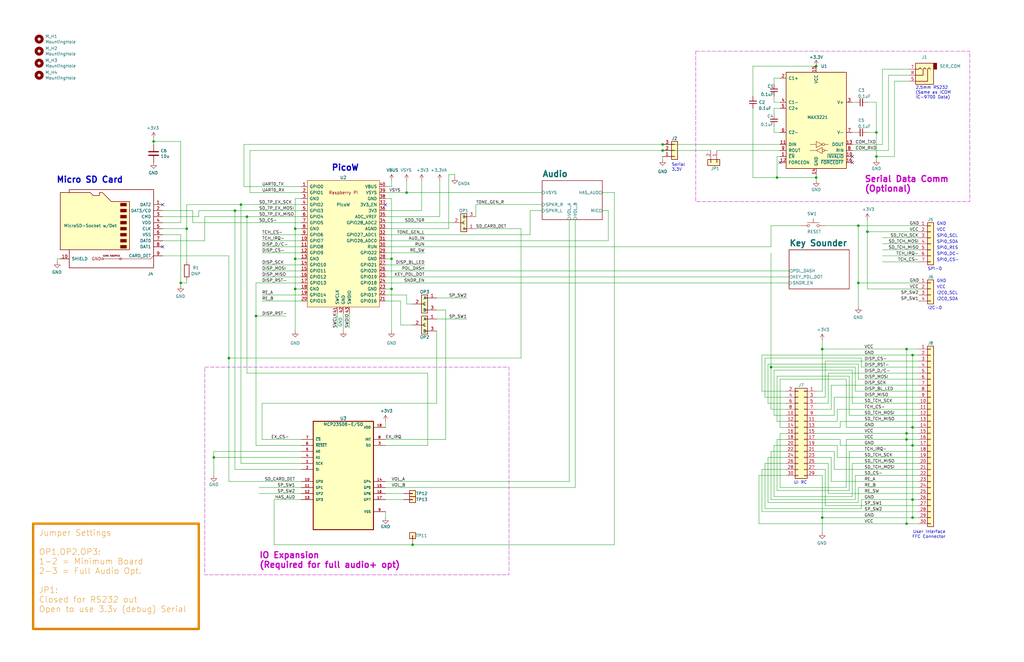
<source format=kicad_sch>
(kicad_sch (version 20230121) (generator eeschema)
  (paper "B")
  (title_block (title "MuKOB - Device") (date "2023-05-25") (rev "1") (company "AESilky") (comment 1 "Copyright 2023 AESilky") (comment 3 "Ref: PiKOB Prototype Hat; Gregory Raven (2022)") (comment 4 "Ref: PicoW VGA_SD_AUD; (c) 2022 Raspberry Pi Ltd"))
  (lib_symbols
    (symbol "+3.3V_1" (power) (pin_names (offset 0))
      (property "Value" "+3.3V_1" (at 0 3.556 0))
      (symbol "+3.3V_1_1_1"
        (pin power_in line (at 0 0 90) (length 0) hide (name "+3.3V") (number "1"))
      )
    )
    (symbol "Connector:Micro_SD_Card_Det" (pin_names (offset 1.016))
      (property "Reference" "J3" (at -17.78 -19.05 0))
      (property "Value" "Micro_SD_Card" (at 5.08 0 0))
      (symbol "Micro_SD_Card_Det_1_1"
        (text "CARD INSERTED" (at -1.27 -11.43 0) (effects (font (size 0.6 0.6))))
        (text "GND" (at 5.08 -12.7 0) (effects (font (size 1.27 1.27))))
        (pin bidirectional line (at -22.86 10.16 0) (length 3.81) (name "DAT2") (number "1"))
        (pin passive line (at 20.32 -12.7 180) (length 3.81) (name "SHIELD") (number "10"))
        (pin bidirectional line (at -22.86 7.62 0) (length 3.81) (name "DAT3/CD") (number "2"))
        (pin input line (at -22.86 5.08 0) (length 3.81) (name "CMD") (number "3"))
        (pin power_in line (at -22.86 2.54 0) (length 3.81) (name "VDD") (number "4"))
        (pin input line (at -22.86 0 0) (length 3.81) (name "CLK") (number "5"))
        (pin power_in line (at -22.86 -2.54 0) (length 3.81) (name "VSS") (number "6"))
        (pin bidirectional line (at -22.86 -5.08 0) (length 3.81) (name "DAT0") (number "7"))
        (pin bidirectional line (at -22.86 -7.62 0) (length 3.81) (name "DAT1") (number "8"))
        (pin passive line (at -22.86 -11.43 0) (length 3.81) (name "CARD_DET") (number "9"))
      )
    )
    (symbol "Connector_Audio:AudioJack3"
      (property "Reference" "J" (at 0 8.89 0))
      (property "Value" "AudioJack3" (at 0 6.35 0))
      (symbol "AudioJack3_1_1"
        (pin passive line (at 5.08 0 180) (length 2.54) (name "~") (number "R"))
        (pin passive line (at 5.08 2.54 180) (length 2.54) (name "~") (number "S"))
        (pin passive line (at 5.08 -2.54 180) (length 2.54) (name "~") (number "T"))
      )
    )
    (symbol "Connector_Generic:Conn_01x02" (pin_names (offset 1.016) hide)
      (property "Reference" "J" (at 0 2.54 0))
      (property "Value" "Conn_01x02" (at 0 -5.08 0))
      (symbol "Conn_01x02_1_1"
        (pin passive line (at -5.08 0 0) (length 3.81) (name "Pin_1") (number "1"))
        (pin passive line (at -5.08 -2.54 0) (length 3.81) (name "Pin_2") (number "2"))
      )
    )
    (symbol "Connector_Generic:Conn_01x03" (pin_names (offset 1.016) hide)
      (property "Reference" "J" (at 0 5.08 0))
      (property "Value" "Conn_01x03" (at 0 -5.08 0))
      (symbol "Conn_01x03_1_1"
        (pin passive line (at -5.08 2.54 0) (length 3.81) (name "Pin_1") (number "1"))
        (pin passive line (at -5.08 0 0) (length 3.81) (name "Pin_2") (number "2"))
        (pin passive line (at -5.08 -2.54 0) (length 3.81) (name "Pin_3") (number "3"))
      )
    )
    (symbol "Connector_Generic:Conn_01x04" (pin_names (offset 1.016) hide)
      (property "Reference" "J" (at 0 5.08 0))
      (property "Value" "Conn_01x04" (at 0 -7.62 0))
      (symbol "Conn_01x04_1_1"
        (pin passive line (at -5.08 2.54 0) (length 3.81) (name "Pin_1") (number "1"))
        (pin passive line (at -5.08 0 0) (length 3.81) (name "Pin_2") (number "2"))
        (pin passive line (at -5.08 -2.54 0) (length 3.81) (name "Pin_3") (number "3"))
        (pin passive line (at -5.08 -5.08 0) (length 3.81) (name "Pin_4") (number "4"))
      )
    )
    (symbol "Connector_Generic:Conn_01x07" (pin_names (offset 1.016) hide)
      (property "Reference" "J" (at 0 10.16 0))
      (property "Value" "Conn_01x07" (at 0 -10.16 0))
      (symbol "Conn_01x07_1_1"
        (pin passive line (at -5.08 7.62 0) (length 3.81) (name "Pin_1") (number "1"))
        (pin passive line (at -5.08 5.08 0) (length 3.81) (name "Pin_2") (number "2"))
        (pin passive line (at -5.08 2.54 0) (length 3.81) (name "Pin_3") (number "3"))
        (pin passive line (at -5.08 0 0) (length 3.81) (name "Pin_4") (number "4"))
        (pin passive line (at -5.08 -2.54 0) (length 3.81) (name "Pin_5") (number "5"))
        (pin passive line (at -5.08 -5.08 0) (length 3.81) (name "Pin_6") (number "6"))
        (pin passive line (at -5.08 -7.62 0) (length 3.81) (name "Pin_7") (number "7"))
      )
    )
    (symbol "Connector_Generic:Conn_01x30" (pin_names (offset 1.016) hide)
      (property "Reference" "J" (at 0 38.1 0))
      (property "Value" "Conn_01x30" (at 0 -40.64 0))
      (symbol "Conn_01x30_1_1"
        (pin passive line (at -5.08 35.56 0) (length 3.81) (name "Pin_1") (number "1"))
        (pin passive line (at -5.08 12.7 0) (length 3.81) (name "Pin_10") (number "10"))
        (pin passive line (at -5.08 10.16 0) (length 3.81) (name "Pin_11") (number "11"))
        (pin passive line (at -5.08 7.62 0) (length 3.81) (name "Pin_12") (number "12"))
        (pin passive line (at -5.08 5.08 0) (length 3.81) (name "Pin_13") (number "13"))
        (pin passive line (at -5.08 2.54 0) (length 3.81) (name "Pin_14") (number "14"))
        (pin passive line (at -5.08 0 0) (length 3.81) (name "Pin_15") (number "15"))
        (pin passive line (at -5.08 -2.54 0) (length 3.81) (name "Pin_16") (number "16"))
        (pin passive line (at -5.08 -5.08 0) (length 3.81) (name "Pin_17") (number "17"))
        (pin passive line (at -5.08 -7.62 0) (length 3.81) (name "Pin_18") (number "18"))
        (pin passive line (at -5.08 -10.16 0) (length 3.81) (name "Pin_19") (number "19"))
        (pin passive line (at -5.08 33.02 0) (length 3.81) (name "Pin_2") (number "2"))
        (pin passive line (at -5.08 -12.7 0) (length 3.81) (name "Pin_20") (number "20"))
        (pin passive line (at -5.08 -15.24 0) (length 3.81) (name "Pin_21") (number "21"))
        (pin passive line (at -5.08 -17.78 0) (length 3.81) (name "Pin_22") (number "22"))
        (pin passive line (at -5.08 -20.32 0) (length 3.81) (name "Pin_23") (number "23"))
        (pin passive line (at -5.08 -22.86 0) (length 3.81) (name "Pin_24") (number "24"))
        (pin passive line (at -5.08 -25.4 0) (length 3.81) (name "Pin_25") (number "25"))
        (pin passive line (at -5.08 -27.94 0) (length 3.81) (name "Pin_26") (number "26"))
        (pin passive line (at -5.08 -30.48 0) (length 3.81) (name "Pin_27") (number "27"))
        (pin passive line (at -5.08 -33.02 0) (length 3.81) (name "Pin_28") (number "28"))
        (pin passive line (at -5.08 -35.56 0) (length 3.81) (name "Pin_29") (number "29"))
        (pin passive line (at -5.08 30.48 0) (length 3.81) (name "Pin_3") (number "3"))
        (pin passive line (at -5.08 -38.1 0) (length 3.81) (name "Pin_30") (number "30"))
        (pin passive line (at -5.08 27.94 0) (length 3.81) (name "Pin_4") (number "4"))
        (pin passive line (at -5.08 25.4 0) (length 3.81) (name "Pin_5") (number "5"))
        (pin passive line (at -5.08 22.86 0) (length 3.81) (name "Pin_6") (number "6"))
        (pin passive line (at -5.08 20.32 0) (length 3.81) (name "Pin_7") (number "7"))
        (pin passive line (at -5.08 17.78 0) (length 3.81) (name "Pin_8") (number "8"))
        (pin passive line (at -5.08 15.24 0) (length 3.81) (name "Pin_9") (number "9"))
      )
    )
    (symbol "Connector_Generic:Conn_02x15_Odd_Even" (pin_names (offset 1.016) hide)
      (property "Reference" "J" (at 1.27 20.32 0))
      (property "Value" "Conn_02x15_Odd_Even" (at 1.27 -20.32 0))
      (symbol "Conn_02x15_Odd_Even_1_1"
        (pin passive line (at -5.08 17.78 0) (length 3.81) (name "Pin_1") (number "1"))
        (pin passive line (at 7.62 7.62 180) (length 3.81) (name "Pin_10") (number "10"))
        (pin passive line (at -5.08 5.08 0) (length 3.81) (name "Pin_11") (number "11"))
        (pin passive line (at 7.62 5.08 180) (length 3.81) (name "Pin_12") (number "12"))
        (pin passive line (at -5.08 2.54 0) (length 3.81) (name "Pin_13") (number "13"))
        (pin passive line (at 7.62 2.54 180) (length 3.81) (name "Pin_14") (number "14"))
        (pin passive line (at -5.08 0 0) (length 3.81) (name "Pin_15") (number "15"))
        (pin passive line (at 7.62 0 180) (length 3.81) (name "Pin_16") (number "16"))
        (pin passive line (at -5.08 -2.54 0) (length 3.81) (name "Pin_17") (number "17"))
        (pin passive line (at 7.62 -2.54 180) (length 3.81) (name "Pin_18") (number "18"))
        (pin passive line (at -5.08 -5.08 0) (length 3.81) (name "Pin_19") (number "19"))
        (pin passive line (at 7.62 17.78 180) (length 3.81) (name "Pin_2") (number "2"))
        (pin passive line (at 7.62 -5.08 180) (length 3.81) (name "Pin_20") (number "20"))
        (pin passive line (at -5.08 -7.62 0) (length 3.81) (name "Pin_21") (number "21"))
        (pin passive line (at 7.62 -7.62 180) (length 3.81) (name "Pin_22") (number "22"))
        (pin passive line (at -5.08 -10.16 0) (length 3.81) (name "Pin_23") (number "23"))
        (pin passive line (at 7.62 -10.16 180) (length 3.81) (name "Pin_24") (number "24"))
        (pin passive line (at -5.08 -12.7 0) (length 3.81) (name "Pin_25") (number "25"))
        (pin passive line (at 7.62 -12.7 180) (length 3.81) (name "Pin_26") (number "26"))
        (pin passive line (at -5.08 -15.24 0) (length 3.81) (name "Pin_27") (number "27"))
        (pin passive line (at 7.62 -15.24 180) (length 3.81) (name "Pin_28") (number "28"))
        (pin passive line (at -5.08 -17.78 0) (length 3.81) (name "Pin_29") (number "29"))
        (pin passive line (at -5.08 15.24 0) (length 3.81) (name "Pin_3") (number "3"))
        (pin passive line (at 7.62 -17.78 180) (length 3.81) (name "Pin_30") (number "30"))
        (pin passive line (at 7.62 15.24 180) (length 3.81) (name "Pin_4") (number "4"))
        (pin passive line (at -5.08 12.7 0) (length 3.81) (name "Pin_5") (number "5"))
        (pin passive line (at 7.62 12.7 180) (length 3.81) (name "Pin_6") (number "6"))
        (pin passive line (at -5.08 10.16 0) (length 3.81) (name "Pin_7") (number "7"))
        (pin passive line (at 7.62 10.16 180) (length 3.81) (name "Pin_8") (number "8"))
        (pin passive line (at -5.08 7.62 0) (length 3.81) (name "Pin_9") (number "9"))
      )
    )
    (symbol "Device:C" (pin_numbers hide) (pin_names (offset 0.254))
      (property "Reference" "C" (at 0.635 2.54 0))
      (property "Value" "C" (at 0.635 -2.54 0))
      (symbol "C_1_1"
        (pin passive line (at 0 3.81 270) (length 2.794) (name "~") (number "1"))
        (pin passive line (at 0 -3.81 90) (length 2.794) (name "~") (number "2"))
      )
    )
    (symbol "Device:C_Small" (pin_numbers hide) (pin_names (offset 0.254) hide)
      (property "Reference" "C" (at 0.254 1.778 0))
      (property "Value" "C_Small" (at 0.254 -2.032 0))
      (symbol "C_Small_1_1"
        (pin passive line (at 0 2.54 270) (length 2.032) (name "~") (number "1"))
        (pin passive line (at 0 -2.54 90) (length 2.032) (name "~") (number "2"))
      )
    )
    (symbol "Device:R" (pin_numbers hide) (pin_names (offset 0))
      (property "Reference" "R" (at 2.032 0 90))
      (property "Value" "R" (at 0 0 90))
      (symbol "R_1_1"
        (pin passive line (at 0 3.81 270) (length 1.27) (name "~") (number "1"))
        (pin passive line (at 0 -3.81 90) (length 1.27) (name "~") (number "2"))
      )
    )
    (symbol "GND_1" (power) (pin_names (offset 0))
      (property "Value" "GND_1" (at 0 -3.81 0))
      (symbol "GND_1_1_1"
        (pin power_in line (at 0 0 270) (length 0) hide (name "GND") (number "1"))
      )
    )
    (symbol "GND_3" (power) (pin_names (offset 0))
      (property "Value" "GND_3" (at 0 -3.81 0))
      (symbol "GND_3_1_1"
        (pin power_in line (at 0 0 270) (length 0) hide (name "GND") (number "1"))
      )
    )
    (symbol "GND_4" (power) (pin_names (offset 0))
      (property "Value" "GND_4" (at 0 -3.81 0))
      (symbol "GND_4_1_1"
        (pin power_in line (at 0 0 270) (length 0) hide (name "GND") (number "1"))
      )
    )
    (symbol "GND_6" (power) (pin_names (offset 0))
      (property "Value" "GND_6" (at 0 -3.81 0))
      (symbol "GND_6_1_1"
        (pin power_in line (at 0 0 270) (length 0) hide (name "GND") (number "1"))
      )
    )
    (symbol "GND_7" (power) (pin_names (offset 0))
      (property "Value" "GND_7" (at 0 -3.81 0))
      (symbol "GND_7_1_1"
        (pin power_in line (at 0 0 270) (length 0) hide (name "GND") (number "1"))
      )
    )
    (symbol "Interface_UART:MAX3221" (pin_names (offset 1.016))
      (property "Reference" "U" (at -10.16 21.59 0))
      (property "Value" "MAX3221" (at 12.7 21.59 0))
      (symbol "MAX3221_1_1"
        (pin input line (at -15.24 -15.24 0) (length 2.54) (name "~{EN}") (number "1"))
        (pin output line (at 15.24 -15.24 180) (length 2.54) (name "~{INVALID}") (number "10"))
        (pin input line (at -15.24 -10.16 0) (length 2.54) (name "DIN") (number "11"))
        (pin input line (at -15.24 -17.78 0) (length 2.54) (name "FORCEON") (number "12"))
        (pin output line (at 15.24 -10.16 180) (length 2.54) (name "DOUT") (number "13"))
        (pin power_in line (at 0 -22.86 90) (length 2.54) (name "GND") (number "14"))
        (pin power_in line (at 0 22.86 270) (length 2.54) (name "VCC") (number "15"))
        (pin input line (at 15.24 -17.78 180) (length 2.54) (name "~{FORCEOFF}") (number "16"))
        (pin passive line (at -15.24 17.78 0) (length 2.54) (name "C1+") (number "2"))
        (pin power_out line (at 15.24 7.62 180) (length 2.54) (name "V+") (number "3"))
        (pin passive line (at -15.24 7.62 0) (length 2.54) (name "C1-") (number "4"))
        (pin passive line (at -15.24 5.08 0) (length 2.54) (name "C2+") (number "5"))
        (pin passive line (at -15.24 -5.08 0) (length 2.54) (name "C2-") (number "6"))
        (pin power_out line (at 15.24 -5.08 180) (length 2.54) (name "V-") (number "7"))
        (pin input line (at 15.24 -12.7 180) (length 2.54) (name "RIN") (number "8"))
        (pin output line (at -15.24 -12.7 0) (length 2.54) (name "ROUT") (number "9"))
      )
    )
    (symbol "Mechanical:MountingHole" (pin_names (offset 1.016))
      (property "Reference" "H" (at 0 5.08 0))
      (property "Value" "MountingHole" (at 0 3.175 0))
    )
    (symbol "MuKOB:MCP23S08-E/SO" (pin_names (offset 1.016))
      (property "Reference" "U" (at -12.7 23.86 0))
      (property "Value" "MCP23S08-E{slash}SO" (at -12.7 -26.86 0))
      (symbol "MCP23S08-E/SO_0_0"
        (pin input line (at -17.78 5.08 0) (length 5.08) (name "SCK") (number "1"))
        (pin bidirectional line (at -17.78 -2.54 0) (length 5.08) (name "GP0") (number "10"))
        (pin bidirectional line (at -17.78 -5.08 0) (length 5.08) (name "GP1") (number "11"))
        (pin bidirectional line (at -17.78 -7.62 0) (length 5.08) (name "GP2") (number "12"))
        (pin bidirectional line (at -17.78 -10.16 0) (length 5.08) (name "GP3") (number "13"))
        (pin bidirectional line (at 17.78 -2.54 180) (length 5.08) (name "GP4") (number "14"))
        (pin bidirectional line (at 17.78 -5.08 180) (length 5.08) (name "GP5") (number "15"))
        (pin bidirectional line (at 17.78 -7.62 180) (length 5.08) (name "GP6") (number "16"))
        (pin bidirectional line (at 17.78 -10.16 180) (length 5.08) (name "GP7") (number "17"))
        (pin power_in line (at 17.78 20.32 180) (length 5.08) (name "VDD") (number "18"))
        (pin input line (at -17.78 2.54 0) (length 5.08) (name "SI") (number "2"))
        (pin output line (at 17.78 12.7 180) (length 5.08) (name "SO") (number "3"))
        (pin input line (at -17.78 7.62 0) (length 5.08) (name "A1") (number "4"))
        (pin input line (at -17.78 10.16 0) (length 5.08) (name "A0") (number "5"))
        (pin input line (at -17.78 12.7 0) (length 5.08) (name "~{RESET}") (number "6"))
        (pin input line (at -17.78 15.24 0) (length 5.08) (name "~{CS}") (number "7"))
        (pin output line (at 17.78 15.24 180) (length 5.08) (name "INT") (number "8"))
        (pin power_in line (at 17.78 -15.24 180) (length 5.08) (name "VSS") (number "9"))
      )
    )
    (symbol "MuKOB:Option_A-B"
      (property "Reference" "OP" (at 0 0 0))
      (property "Value" "OP_A-B" (at 0 0 0))
      (symbol "Option_A-B_1_0"
        (pin passive line (at 5.08 -5.08 180) (length 3.81) (name "C") (number "2"))
      )
      (symbol "Option_A-B_1_1"
        (pin passive line (at -5.08 -2.54 0) (length 3.81) (name "A") (number "1"))
        (pin passive line (at -5.08 -7.62 0) (length 3.81) (name "B") (number "3"))
      )
    )
    (symbol "MuKOB:VSYS" (power) (pin_numbers hide) (pin_names (offset 0))
      (property "Value" "VSYS" (at 0 3.81 0))
      (symbol "VSYS_1_1"
        (pin power_in line (at 0 0 90) (length 0) hide (name "VSYS") (number "1"))
      )
    )
    (symbol "RPi_Pico:PicoW" (pin_names (offset 1.016))
      (property "Reference" "U" (at -13.97 27.94 0))
      (property "Value" "PicoW" (at 0 19.05 0))
      (symbol "PicoW_0_0"
        (text "Raspberry Pi" (at 0 21.59 0) (effects (font (size 1.27 1.27))))
      )
      (symbol "PicoW_1_1"
        (pin bidirectional line (at -17.78 24.13 0) (length 2.54) (name "GPIO0") (number "1"))
        (pin bidirectional line (at -17.78 1.27 0) (length 2.54) (name "GPIO7") (number "10"))
        (pin bidirectional line (at -17.78 -1.27 0) (length 2.54) (name "GPIO8") (number "11"))
        (pin bidirectional line (at -17.78 -3.81 0) (length 2.54) (name "GPIO9") (number "12"))
        (pin power_in line (at -17.78 -6.35 0) (length 2.54) (name "GND") (number "13"))
        (pin bidirectional line (at -17.78 -8.89 0) (length 2.54) (name "GPIO10") (number "14"))
        (pin bidirectional line (at -17.78 -11.43 0) (length 2.54) (name "GPIO11") (number "15"))
        (pin bidirectional line (at -17.78 -13.97 0) (length 2.54) (name "GPIO12") (number "16"))
        (pin bidirectional line (at -17.78 -16.51 0) (length 2.54) (name "GPIO13") (number "17"))
        (pin power_in line (at -17.78 -19.05 0) (length 2.54) (name "GND") (number "18"))
        (pin bidirectional line (at -17.78 -21.59 0) (length 2.54) (name "GPIO14") (number "19"))
        (pin bidirectional line (at -17.78 21.59 0) (length 2.54) (name "GPIO1") (number "2"))
        (pin bidirectional line (at -17.78 -24.13 0) (length 2.54) (name "GPIO15") (number "20"))
        (pin bidirectional line (at 17.78 -24.13 180) (length 2.54) (name "GPIO16") (number "21"))
        (pin bidirectional line (at 17.78 -21.59 180) (length 2.54) (name "GPIO17") (number "22"))
        (pin power_in line (at 17.78 -19.05 180) (length 2.54) (name "GND") (number "23"))
        (pin bidirectional line (at 17.78 -16.51 180) (length 2.54) (name "GPIO18") (number "24"))
        (pin bidirectional line (at 17.78 -13.97 180) (length 2.54) (name "GPIO19") (number "25"))
        (pin bidirectional line (at 17.78 -11.43 180) (length 2.54) (name "GPIO20") (number "26"))
        (pin bidirectional line (at 17.78 -8.89 180) (length 2.54) (name "GPIO21") (number "27"))
        (pin power_in line (at 17.78 -6.35 180) (length 2.54) (name "GND") (number "28"))
        (pin bidirectional line (at 17.78 -3.81 180) (length 2.54) (name "GPIO22") (number "29"))
        (pin power_in line (at -17.78 19.05 0) (length 2.54) (name "GND") (number "3"))
        (pin input line (at 17.78 -1.27 180) (length 2.54) (name "RUN") (number "30"))
        (pin bidirectional line (at 17.78 1.27 180) (length 2.54) (name "GPIO26_ADC0") (number "31"))
        (pin bidirectional line (at 17.78 3.81 180) (length 2.54) (name "GPIO27_ADC1") (number "32"))
        (pin power_in line (at 17.78 6.35 180) (length 2.54) (name "AGND") (number "33"))
        (pin bidirectional line (at 17.78 8.89 180) (length 2.54) (name "GPIO28_ADC2") (number "34"))
        (pin unspecified line (at 17.78 11.43 180) (length 2.54) (name "ADC_VREF") (number "35"))
        (pin unspecified line (at 17.78 13.97 180) (length 2.54) (name "3V3") (number "36"))
        (pin input line (at 17.78 16.51 180) (length 2.54) (name "3V3_EN") (number "37"))
        (pin bidirectional line (at 17.78 19.05 180) (length 2.54) (name "GND") (number "38"))
        (pin unspecified line (at 17.78 21.59 180) (length 2.54) (name "VSYS") (number "39"))
        (pin bidirectional line (at -17.78 16.51 0) (length 2.54) (name "GPIO2") (number "4"))
        (pin unspecified line (at 17.78 24.13 180) (length 2.54) (name "VBUS") (number "40"))
        (pin input line (at -2.54 -29.21 90) (length 2.54) (name "SWCLK") (number "41"))
        (pin power_in line (at 0 -29.21 90) (length 2.54) (name "GND") (number "42"))
        (pin bidirectional line (at 2.54 -29.21 90) (length 2.54) (name "SWDIO") (number "43"))
        (pin bidirectional line (at -17.78 13.97 0) (length 2.54) (name "GPIO3") (number "5"))
        (pin bidirectional line (at -17.78 11.43 0) (length 2.54) (name "GPIO4") (number "6"))
        (pin bidirectional line (at -17.78 8.89 0) (length 2.54) (name "GPIO5") (number "7"))
        (pin power_in line (at -17.78 6.35 0) (length 2.54) (name "GND") (number "8"))
        (pin bidirectional line (at -17.78 3.81 0) (length 2.54) (name "GPIO6") (number "9"))
      )
    )
    (symbol "Switch:SW_Push" (pin_numbers hide) (pin_names (offset 1.016) hide)
      (property "Reference" "SW" (at 1.27 2.54 0))
      (property "Value" "SW_Push" (at 0 -1.524 0))
      (symbol "SW_Push_0_1"
        (pin passive line (at -5.08 0 0) (length 2.54) (name "1") (number "1"))
        (pin passive line (at 5.08 0 180) (length 2.54) (name "2") (number "2"))
      )
    )
    (symbol "Test_point_Jump:TP_01" (pin_numbers hide) (pin_names (offset 0) hide)
      (property "Reference" "TP" (at 0 2.54 0))
      (property "Value" "Test_Point_01" (at 0 -2.54 0))
      (symbol "TP_01_1_1"
        (pin passive line (at -3.81 0 0) (length 3.81) (name "Pin_1") (number "1"))
      )
    )
    (symbol "power:+3.3V" (power) (pin_names (offset 0))
      (property "Value" "+3.3V" (at 0 3.556 0))
      (symbol "+3.3V_1_1"
        (pin power_in line (at 0 0 90) (length 0) hide (name "+3V3") (number "1"))
      )
    )
    (symbol "power:+3.3VA" (power) (pin_names (offset 0))
      (property "Value" "+3.3VA" (at 0 3.556 0))
      (symbol "+3.3VA_1_1"
        (pin power_in line (at 0 0 90) (length 0) hide (name "+3.3VA") (number "1"))
      )
    )
    (symbol "power:GND" (power) (pin_names (offset 0))
      (property "Value" "GND" (at 0 -3.81 0))
      (symbol "GND_1_1"
        (pin power_in line (at 0 0 270) (length 0) hide (name "GND") (number "1"))
      )
    )
    (symbol "power:GNDA" (power) (pin_names (offset 0))
      (property "Value" "GNDA" (at 0 -3.81 0))
      (symbol "GNDA_1_1"
        (pin power_in line (at 0 0 270) (length 0) hide (name "GNDA") (number "1"))
      )
    )
    (symbol "power:VBUS" (power) (pin_names (offset 0))
      (property "Value" "VBUS" (at 0 3.81 0))
      (symbol "VBUS_1_1"
        (pin power_in line (at 0 0 90) (length 0) hide (name "VBUS") (number "1"))
      )
    )
  )
  (junction (at 361.95 119.38))
  (junction (at 382.27 182.88))
  (junction (at 382.27 220.98))
  (junction (at 384.81 187.96))
  (junction (at 369.57 66.04))
  (junction (at 173.99 229.87))
  (junction (at 64.77 59.69))
  (junction (at 279.4 60.96))
  (junction (at 90.17 193.04))
  (junction (at 165.1 109.22))
  (junction (at 344.17 27.94))
  (junction (at 384.81 180.34))
  (junction (at 104.14 91.44))
  (junction (at 382.27 147.32))
  (junction (at 78.74 96.52))
  (junction (at 344.17 74.93))
  (junction (at 165.1 121.92))
  (junction (at 279.4 63.5))
  (junction (at 384.81 149.86))
  (junction (at 346.71 218.44))
  (junction (at 124.46 109.22))
  (junction (at 124.46 121.92))
  (junction (at 171.45 81.28))
  (junction (at 76.2 119.38))
  (junction (at 99.06 88.9))
  (junction (at 346.71 147.32))
  (junction (at 107.95 133.35))
  (junction (at 101.6 86.36))
  (junction (at 361.95 95.25))
  (junction (at 327.66 74.93))
  (junction (at 384.81 218.44))
  (junction (at 124.46 96.52))
  (junction (at 382.27 185.42))
  (junction (at 365.76 97.79))
  (junction (at 369.57 55.88))
  (junction (at 325.12 154.94))
  (junction (at 384.81 210.82))
  (junction (at 96.52 151.13))
  (no_connect (at 68.58 86.36))
  (no_connect (at 68.58 104.14))
  (no_connect (at 162.56 86.36))
  (no_connect (at 359.41 66.04))
  (no_connect (at 359.41 68.58))
  (no_connect (at 328.93 68.58))
  (wire (pts (xy 321.31 149.86) (xy 321.31 165.1)))
  (wire (pts (xy 110.49 116.84) (xy 127 116.84)))
  (wire (pts (xy 302.26 63.5) (xy 328.93 63.5)))
  (wire (pts (xy 184.15 139.7) (xy 184.15 170.18)))
  (wire (pts (xy 322.58 195.58) (xy 331.47 195.58)))
  (wire (pts (xy 328.93 33.02) (xy 326.39 33.02)))
  (wire (pts (xy 107.95 119.38) (xy 127 119.38)))
  (wire (pts (xy 372.11 29.21) (xy 383.54 29.21)))
  (wire (pts (xy 76.2 59.69) (xy 64.77 59.69)))
  (wire (pts (xy 351.79 198.12) (xy 351.79 190.5)))
  (wire (pts (xy 90.17 193.04) (xy 127 193.04)))
  (wire (pts (xy 328.93 180.34) (xy 331.47 180.34)))
  (wire (pts (xy 81.28 88.9) (xy 81.28 93.98)))
  (wire (pts (xy 184.15 125.73) (xy 196.85 125.73)))
  (wire (pts (xy 384.81 149.86) (xy 384.81 180.34)))
  (wire (pts (xy 200.66 86.36) (xy 228.6 86.36)))
  (wire (pts (xy 360.68 165.1) (xy 360.68 154.94)))
  (wire (pts (xy 171.45 124.46) (xy 171.45 128.27)))
  (wire (pts (xy 361.95 119.38) (xy 361.95 129.54)))
  (wire (pts (xy 360.68 200.66) (xy 360.68 210.82)))
  (wire (pts (xy 127 190.5) (xy 90.17 190.5)))
  (wire (pts (xy 326.39 53.34) (xy 326.39 55.88)))
  (wire (pts (xy 382.27 147.32) (xy 387.35 147.32)))
  (wire (pts (xy 326.39 187.96) (xy 331.47 187.96)))
  (wire (pts (xy 359.41 63.5) (xy 374.65 63.5)))
  (wire (pts (xy 162.56 88.9) (xy 177.8 88.9)))
  (wire (pts (xy 180.34 187.96) (xy 180.34 157.48)))
  (wire (pts (xy 162.56 114.3) (xy 332.74 114.3)))
  (wire (pts (xy 124.46 121.92) (xy 124.46 139.7)))
  (wire (pts (xy 387.35 165.1) (xy 360.68 165.1)))
  (wire (pts (xy 326.39 33.02) (xy 326.39 35.56)))
  (wire (pts (xy 24.13 109.22) (xy 24.13 110.49)))
  (wire (pts (xy 349.25 208.28) (xy 387.35 208.28)))
  (wire (pts (xy 110.49 127) (xy 127 127)))
  (wire (pts (xy 76.2 93.98) (xy 76.2 59.69)))
  (wire (pts (xy 369.57 66.04) (xy 369.57 67.31)))
  (wire (pts (xy 358.14 190.5) (xy 358.14 207.01)))
  (wire (pts (xy 327.66 74.93) (xy 344.17 74.93)))
  (wire (pts (xy 109.22 208.28) (xy 127 208.28)))
  (wire (pts (xy 162.56 81.28) (xy 171.45 81.28)))
  (wire (pts (xy 68.58 101.6) (xy 86.36 101.6)))
  (wire (pts (xy 359.41 170.18) (xy 359.41 156.21)))
  (wire (pts (xy 369.57 43.18) (xy 369.57 55.88)))
  (wire (pts (xy 387.35 170.18) (xy 359.41 170.18)))
  (wire (pts (xy 147.32 132.08) (xy 147.32 138.43)))
  (wire (pts (xy 358.14 158.75) (xy 327.66 158.75)))
  (wire (pts (xy 365.76 43.18) (xy 369.57 43.18)))
  (wire (pts (xy 187.96 185.42) (xy 187.96 130.81)))
  (wire (pts (xy 189.23 96.52) (xy 189.23 73.66)))
  (wire (pts (xy 372.11 100.33) (xy 387.35 100.33)))
  (wire (pts (xy 64.77 59.69) (xy 64.77 58.42)))
  (wire (pts (xy 162.56 208.28) (xy 170.18 208.28)))
  (wire (pts (xy 177.8 76.2) (xy 177.8 88.9)))
  (wire (pts (xy 64.77 60.96) (xy 64.77 59.69)))
  (wire (pts (xy 107.95 133.35) (xy 120.65 133.35)))
  (wire (pts (xy 104.14 157.48) (xy 104.14 91.44)))
  (wire (pts (xy 354.33 187.96) (xy 354.33 185.42)))
  (wire (pts (xy 353.06 177.8) (xy 344.17 177.8)))
  (wire (pts (xy 363.22 151.13) (xy 322.58 151.13)))
  (wire (pts (xy 387.35 157.48) (xy 349.25 157.48)))
  (wire (pts (xy 144.78 139.7) (xy 144.78 132.08)))
  (wire (pts (xy 377.19 34.29) (xy 377.19 66.04)))
  (wire (pts (xy 162.56 177.8) (xy 162.56 180.34)))
  (wire (pts (xy 384.81 180.34) (xy 384.81 187.96)))
  (wire (pts (xy 384.81 187.96) (xy 384.81 210.82)))
  (wire (pts (xy 356.87 160.02) (xy 328.93 160.02)))
  (wire (pts (xy 387.35 177.8) (xy 354.33 177.8)))
  (wire (pts (xy 171.45 128.27) (xy 173.99 128.27)))
  (wire (pts (xy 110.49 170.18) (xy 184.15 170.18)))
  (wire (pts (xy 171.45 76.2) (xy 171.45 81.28)))
  (wire (pts (xy 382.27 182.88) (xy 387.35 182.88)))
  (wire (pts (xy 387.35 175.26) (xy 358.14 175.26)))
  (wire (pts (xy 101.6 195.58) (xy 101.6 86.36)))
  (wire (pts (xy 344.17 182.88) (xy 382.27 182.88)))
  (wire (pts (xy 171.45 81.28) (xy 228.6 81.28)))
  (wire (pts (xy 326.39 40.64) (xy 326.39 43.18)))
  (wire (pts (xy 360.68 200.66) (xy 387.35 200.66)))
  (wire (pts (xy 322.58 151.13) (xy 322.58 167.64)))
  (wire (pts (xy 382.27 220.98) (xy 382.27 185.42)))
  (wire (pts (xy 81.28 93.98) (xy 127 93.98)))
  (wire (pts (xy 361.95 119.38) (xy 387.35 119.38)))
  (wire (pts (xy 359.41 156.21) (xy 326.39 156.21)))
  (wire (pts (xy 327.66 185.42) (xy 331.47 185.42)))
  (wire (pts (xy 360.68 154.94) (xy 325.12 154.94)))
  (wire (pts (xy 162.56 205.74) (xy 242.57 205.74)))
  (wire (pts (xy 110.49 104.14) (xy 127 104.14)))
  (wire (pts (xy 162.56 101.6) (xy 256.54 101.6)))
  (wire (pts (xy 347.98 152.4) (xy 347.98 167.64)))
  (wire (pts (xy 279.4 63.5) (xy 299.72 63.5)))
  (wire (pts (xy 353.06 193.04) (xy 387.35 193.04)))
  (wire (pts (xy 349.25 157.48) (xy 349.25 170.18)))
  (wire (pts (xy 356.87 185.42) (xy 382.27 185.42)))
  (wire (pts (xy 347.98 213.36) (xy 387.35 213.36)))
  (wire (pts (xy 321.31 215.9) (xy 387.35 215.9)))
  (wire (pts (xy 356.87 180.34) (xy 356.87 160.02)))
  (wire (pts (xy 374.65 31.75) (xy 383.54 31.75)))
  (wire (pts (xy 105.41 63.5) (xy 105.41 81.28)))
  (wire (pts (xy 350.52 203.2) (xy 350.52 193.04)))
  (wire (pts (xy 25.4 109.22) (xy 24.13 109.22)))
  (wire (pts (xy 351.79 198.12) (xy 387.35 198.12)))
  (wire (pts (xy 68.58 107.95) (xy 96.52 107.95)))
  (wire (pts (xy 180.34 157.48) (xy 104.14 157.48)))
  (wire (pts (xy 351.79 167.64) (xy 351.79 175.26)))
  (wire (pts (xy 321.31 215.9) (xy 321.31 198.12)))
  (wire (pts (xy 127 109.22) (xy 124.46 109.22)))
  (wire (pts (xy 162.56 93.98) (xy 190.5 93.98)))
  (wire (pts (xy 68.58 93.98) (xy 76.2 93.98)))
  (wire (pts (xy 162.56 210.82) (xy 170.18 210.82)))
  (wire (pts (xy 369.57 55.88) (xy 369.57 66.04)))
  (wire (pts (xy 99.06 198.12) (xy 99.06 88.9)))
  (wire (pts (xy 259.08 81.28) (xy 259.08 229.87)))
  (wire (pts (xy 162.56 106.68) (xy 179.07 106.68)))
  (wire (pts (xy 353.06 172.72) (xy 353.06 177.8)))
  (wire (pts (xy 162.56 215.9) (xy 162.56 218.44)))
  (wire (pts (xy 328.93 45.72) (xy 326.39 45.72)))
  (wire (pts (xy 68.58 88.9) (xy 81.28 88.9)))
  (wire (pts (xy 346.71 218.44) (xy 346.71 224.79)))
  (wire (pts (xy 353.06 187.96) (xy 344.17 187.96)))
  (wire (pts (xy 359.41 209.55) (xy 326.39 209.55)))
  (wire (pts (xy 107.95 119.38) (xy 107.95 133.35)))
  (wire (pts (xy 350.52 172.72) (xy 344.17 172.72)))
  (wire (pts (xy 384.81 218.44) (xy 387.35 218.44)))
  (wire (pts (xy 354.33 187.96) (xy 384.81 187.96)))
  (wire (pts (xy 78.74 86.36) (xy 101.6 86.36)))
  (wire (pts (xy 372.11 102.87) (xy 387.35 102.87)))
  (wire (pts (xy 279.4 60.96) (xy 328.93 60.96)))
  (wire (pts (xy 346.71 165.1) (xy 344.17 165.1)))
  (wire (pts (xy 347.98 95.25) (xy 361.95 95.25)))
  (wire (pts (xy 107.95 187.96) (xy 127 187.96)))
  (wire (pts (xy 356.87 185.42) (xy 356.87 205.74)))
  (wire (pts (xy 323.85 153.67) (xy 323.85 170.18)))
  (wire (pts (xy 353.06 193.04) (xy 353.06 187.96)))
  (wire (pts (xy 101.6 86.36) (xy 127 86.36)))
  (wire (pts (xy 165.1 78.74) (xy 162.56 78.74)))
  (wire (pts (xy 372.11 107.95) (xy 387.35 107.95)))
  (wire (pts (xy 358.14 175.26) (xy 358.14 158.75)))
  (wire (pts (xy 162.56 111.76) (xy 179.07 111.76)))
  (wire (pts (xy 320.04 220.98) (xy 320.04 200.66)))
  (wire (pts (xy 317.5 45.72) (xy 317.5 74.93)))
  (wire (pts (xy 361.95 95.25) (xy 361.95 119.38)))
  (wire (pts (xy 360.68 210.82) (xy 325.12 210.82)))
  (wire (pts (xy 354.33 177.8) (xy 354.33 180.34)))
  (wire (pts (xy 78.74 119.38) (xy 78.74 118.11)))
  (wire (pts (xy 372.11 110.49) (xy 387.35 110.49)))
  (wire (pts (xy 346.71 147.32) (xy 346.71 165.1)))
  (wire (pts (xy 96.52 203.2) (xy 127 203.2)))
  (wire (pts (xy 322.58 214.63) (xy 322.58 195.58)))
  (wire (pts (xy 325.12 95.25) (xy 337.82 95.25)))
  (wire (pts (xy 109.22 205.74) (xy 127 205.74)))
  (wire (pts (xy 387.35 162.56) (xy 350.52 162.56)))
  (wire (pts (xy 165.1 76.2) (xy 165.1 78.74)))
  (wire (pts (xy 96.52 151.13) (xy 219.71 151.13)))
  (wire (pts (xy 78.74 86.36) (xy 78.74 96.52)))
  (wire (pts (xy 162.56 121.92) (xy 165.1 121.92)))
  (wire (pts (xy 384.81 149.86) (xy 387.35 149.86)))
  (wire (pts (xy 68.58 99.06) (xy 76.2 99.06)))
  (wire (pts (xy 76.2 119.38) (xy 78.74 119.38)))
  (wire (pts (xy 387.35 154.94) (xy 363.22 154.94)))
  (wire (pts (xy 127 96.52) (xy 124.46 96.52)))
  (wire (pts (xy 327.66 66.04) (xy 327.66 74.93)))
  (wire (pts (xy 372.11 105.41) (xy 387.35 105.41)))
  (wire (pts (xy 219.71 96.52) (xy 219.71 151.13)))
  (wire (pts (xy 325.12 106.68) (xy 325.12 154.94)))
  (wire (pts (xy 361.95 205.74) (xy 387.35 205.74)))
  (wire (pts (xy 326.39 55.88) (xy 328.93 55.88)))
  (wire (pts (xy 382.27 185.42) (xy 387.35 185.42)))
  (wire (pts (xy 162.56 124.46) (xy 171.45 124.46)))
  (wire (pts (xy 365.76 121.92) (xy 387.35 121.92)))
  (wire (pts (xy 83.82 91.44) (xy 68.58 91.44)))
  (wire (pts (xy 347.98 167.64) (xy 344.17 167.64)))
  (wire (pts (xy 350.52 203.2) (xy 387.35 203.2)))
  (wire (pts (xy 162.56 96.52) (xy 189.23 96.52)))
  (wire (pts (xy 365.76 55.88) (xy 369.57 55.88)))
  (wire (pts (xy 165.1 109.22) (xy 165.1 121.92)))
  (wire (pts (xy 165.1 121.92) (xy 165.1 139.7)))
  (wire (pts (xy 350.52 162.56) (xy 350.52 172.72)))
  (wire (pts (xy 346.71 218.44) (xy 346.71 200.66)))
  (wire (pts (xy 363.22 214.63) (xy 322.58 214.63)))
  (wire (pts (xy 351.79 175.26) (xy 344.17 175.26)))
  (wire (pts (xy 359.41 60.96) (xy 372.11 60.96)))
  (wire (pts (xy 110.49 170.18) (xy 110.49 185.42)))
  (wire (pts (xy 328.93 205.74) (xy 328.93 182.88)))
  (wire (pts (xy 78.74 96.52) (xy 78.74 110.49)))
  (wire (pts (xy 110.49 99.06) (xy 127 99.06)))
  (wire (pts (xy 321.31 198.12) (xy 331.47 198.12)))
  (wire (pts (xy 327.66 158.75) (xy 327.66 177.8)))
  (wire (pts (xy 323.85 170.18) (xy 331.47 170.18)))
  (wire (pts (xy 76.2 99.06) (xy 76.2 119.38)))
  (wire (pts (xy 382.27 147.32) (xy 382.27 182.88)))
  (wire (pts (xy 347.98 213.36) (xy 347.98 198.12)))
  (wire (pts (xy 124.46 109.22) (xy 124.46 121.92)))
  (wire (pts (xy 110.49 111.76) (xy 127 111.76)))
  (wire (pts (xy 361.95 153.67) (xy 323.85 153.67)))
  (wire (pts (xy 382.27 220.98) (xy 387.35 220.98)))
  (wire (pts (xy 384.81 180.34) (xy 387.35 180.34)))
  (wire (pts (xy 200.66 86.36) (xy 200.66 91.44)))
  (wire (pts (xy 327.66 207.01) (xy 327.66 185.42)))
  (wire (pts (xy 325.12 190.5) (xy 331.47 190.5)))
  (wire (pts (xy 317.5 74.93) (xy 327.66 74.93)))
  (wire (pts (xy 344.17 74.93) (xy 344.17 76.2)))
  (wire (pts (xy 124.46 96.52) (xy 124.46 109.22)))
  (wire (pts (xy 110.49 114.3) (xy 127 114.3)))
  (wire (pts (xy 325.12 210.82) (xy 325.12 190.5)))
  (wire (pts (xy 110.49 185.42) (xy 127 185.42)))
  (wire (pts (xy 256.54 88.9) (xy 254 88.9)))
  (wire (pts (xy 200.66 96.52) (xy 219.71 96.52)))
  (wire (pts (xy 127 210.82) (xy 115.57 210.82)))
  (wire (pts (xy 384.81 187.96) (xy 387.35 187.96)))
  (wire (pts (xy 323.85 193.04) (xy 331.47 193.04)))
  (wire (pts (xy 102.87 60.96) (xy 102.87 78.74)))
  (wire (pts (xy 325.12 172.72) (xy 331.47 172.72)))
  (wire (pts (xy 86.36 101.6) (xy 86.36 91.44)))
  (wire (pts (xy 185.42 76.2) (xy 185.42 91.44)))
  (wire (pts (xy 328.93 66.04) (xy 327.66 66.04)))
  (wire (pts (xy 168.91 137.16) (xy 173.99 137.16)))
  (wire (pts (xy 104.14 91.44) (xy 127 91.44)))
  (wire (pts (xy 105.41 63.5) (xy 279.4 63.5)))
  (wire (pts (xy 363.22 154.94) (xy 363.22 151.13)))
  (wire (pts (xy 387.35 172.72) (xy 353.06 172.72)))
  (wire (pts (xy 173.99 229.87) (xy 259.08 229.87)))
  (wire (pts (xy 325.12 95.25) (xy 325.12 104.14)))
  (wire (pts (xy 359.41 43.18) (xy 360.68 43.18)))
  (wire (pts (xy 326.39 175.26) (xy 331.47 175.26)))
  (wire (pts (xy 387.35 160.02) (xy 361.95 160.02)))
  (wire (pts (xy 99.06 88.9) (xy 127 88.9)))
  (wire (pts (xy 374.65 63.5) (xy 374.65 31.75)))
  (wire (pts (xy 365.76 97.79) (xy 365.76 92.71)))
  (wire (pts (xy 102.87 60.96) (xy 279.4 60.96)))
  (wire (pts (xy 346.71 218.44) (xy 384.81 218.44)))
  (wire (pts (xy 127 121.92) (xy 124.46 121.92)))
  (wire (pts (xy 387.35 152.4) (xy 347.98 152.4)))
  (wire (pts (xy 162.56 187.96) (xy 180.34 187.96)))
  (wire (pts (xy 320.04 220.98) (xy 382.27 220.98)))
  (wire (pts (xy 90.17 193.04) (xy 90.17 200.66)))
  (wire (pts (xy 361.95 212.09) (xy 323.85 212.09)))
  (wire (pts (xy 68.58 96.52) (xy 78.74 96.52)))
  (wire (pts (xy 326.39 156.21) (xy 326.39 175.26)))
  (wire (pts (xy 328.93 182.88) (xy 331.47 182.88)))
  (wire (pts (xy 110.49 101.6) (xy 127 101.6)))
  (wire (pts (xy 96.52 151.13) (xy 96.52 203.2)))
  (wire (pts (xy 105.41 81.28) (xy 127 81.28)))
  (wire (pts (xy 346.71 147.32) (xy 382.27 147.32)))
  (wire (pts (xy 83.82 88.9) (xy 99.06 88.9)))
  (wire (pts (xy 162.56 91.44) (xy 185.42 91.44)))
  (wire (pts (xy 240.03 92.71) (xy 240.03 203.2)))
  (wire (pts (xy 365.76 97.79) (xy 387.35 97.79)))
  (wire (pts (xy 326.39 43.18) (xy 328.93 43.18)))
  (wire (pts (xy 317.5 27.94) (xy 317.5 40.64)))
  (wire (pts (xy 184.15 134.62) (xy 196.85 134.62)))
  (wire (pts (xy 326.39 45.72) (xy 326.39 48.26)))
  (wire (pts (xy 323.85 212.09) (xy 323.85 193.04)))
  (wire (pts (xy 242.57 92.71) (xy 242.57 205.74)))
  (wire (pts (xy 359.41 195.58) (xy 387.35 195.58)))
  (wire (pts (xy 83.82 91.44) (xy 83.82 88.9)))
  (wire (pts (xy 223.52 99.06) (xy 223.52 88.9)))
  (wire (pts (xy 358.14 207.01) (xy 327.66 207.01)))
  (wire (pts (xy 349.25 170.18) (xy 344.17 170.18)))
  (wire (pts (xy 328.93 160.02) (xy 328.93 180.34)))
  (wire (pts (xy 361.95 95.25) (xy 387.35 95.25)))
  (wire (pts (xy 168.91 127) (xy 168.91 137.16)))
  (wire (pts (xy 127 83.82) (xy 124.46 83.82)))
  (wire (pts (xy 361.95 205.74) (xy 361.95 212.09)))
  (wire (pts (xy 325.12 104.14) (xy 162.56 104.14)))
  (wire (pts (xy 76.2 120.65) (xy 76.2 119.38)))
  (wire (pts (xy 363.22 210.82) (xy 363.22 214.63)))
  (wire (pts (xy 162.56 119.38) (xy 332.74 119.38)))
  (wire (pts (xy 321.31 149.86) (xy 384.81 149.86)))
  (wire (pts (xy 107.95 133.35) (xy 107.95 187.96)))
  (wire (pts (xy 387.35 167.64) (xy 351.79 167.64)))
  (wire (pts (xy 110.49 106.68) (xy 127 106.68)))
  (wire (pts (xy 191.77 73.66) (xy 191.77 74.93)))
  (wire (pts (xy 361.95 160.02) (xy 361.95 153.67)))
  (wire (pts (xy 351.79 190.5) (xy 344.17 190.5)))
  (wire (pts (xy 346.71 143.51) (xy 346.71 147.32)))
  (wire (pts (xy 162.56 109.22) (xy 165.1 109.22)))
  (wire (pts (xy 162.56 116.84) (xy 332.74 116.84)))
  (wire (pts (xy 327.66 177.8) (xy 331.47 177.8)))
  (wire (pts (xy 115.57 210.82) (xy 115.57 229.87)))
  (wire (pts (xy 321.31 165.1) (xy 331.47 165.1)))
  (wire (pts (xy 142.24 132.08) (xy 142.24 138.43)))
  (wire (pts (xy 162.56 83.82) (xy 165.1 83.82)))
  (wire (pts (xy 165.1 83.82) (xy 165.1 109.22)))
  (wire (pts (xy 347.98 198.12) (xy 344.17 198.12)))
  (wire (pts (xy 162.56 99.06) (xy 223.52 99.06)))
  (wire (pts (xy 358.14 190.5) (xy 387.35 190.5)))
  (wire (pts (xy 162.56 127) (xy 168.91 127)))
  (wire (pts (xy 325.12 154.94) (xy 325.12 172.72)))
  (wire (pts (xy 365.76 97.79) (xy 365.76 121.92)))
  (wire (pts (xy 356.87 205.74) (xy 328.93 205.74)))
  (wire (pts (xy 115.57 229.87) (xy 173.99 229.87)))
  (wire (pts (xy 354.33 185.42) (xy 344.17 185.42)))
  (wire (pts (xy 162.56 203.2) (xy 240.03 203.2)))
  (wire (pts (xy 326.39 209.55) (xy 326.39 187.96)))
  (wire (pts (xy 162.56 185.42) (xy 187.96 185.42)))
  (wire (pts (xy 96.52 107.95) (xy 96.52 151.13)))
  (wire (pts (xy 86.36 91.44) (xy 104.14 91.44)))
  (wire (pts (xy 254 81.28) (xy 259.08 81.28)))
  (wire (pts (xy 223.52 88.9) (xy 228.6 88.9)))
  (wire (pts (xy 384.81 218.44) (xy 384.81 210.82)))
  (wire (pts (xy 127 198.12) (xy 99.06 198.12)))
  (wire (pts (xy 322.58 167.64) (xy 331.47 167.64)))
  (wire (pts (xy 354.33 180.34) (xy 344.17 180.34)))
  (wire (pts (xy 349.25 195.58) (xy 344.17 195.58)))
  (wire (pts (xy 377.19 66.04) (xy 369.57 66.04)))
  (wire (pts (xy 356.87 180.34) (xy 384.81 180.34)))
  (wire (pts (xy 384.81 210.82) (xy 387.35 210.82)))
  (wire (pts (xy 383.54 34.29) (xy 377.19 34.29)))
  (wire (pts (xy 344.17 73.66) (xy 344.17 74.93)))
  (wire (pts (xy 127 195.58) (xy 101.6 195.58)))
  (wire (pts (xy 350.52 193.04) (xy 344.17 193.04)))
  (wire (pts (xy 359.41 55.88) (xy 360.68 55.88)))
  (wire (pts (xy 320.04 200.66) (xy 331.47 200.66)))
  (wire (pts (xy 363.22 210.82) (xy 384.81 210.82)))
  (wire (pts (xy 359.41 195.58) (xy 359.41 209.55)))
  (wire (pts (xy 279.4 66.04) (xy 279.4 67.31)))
  (wire (pts (xy 110.49 124.46) (xy 127 124.46)))
  (wire (pts (xy 256.54 88.9) (xy 256.54 101.6)))
  (wire (pts (xy 344.17 27.94) (xy 317.5 27.94)))
  (wire (pts (xy 124.46 83.82) (xy 124.46 96.52)))
  (wire (pts (xy 349.25 208.28) (xy 349.25 195.58)))
  (wire (pts (xy 90.17 190.5) (xy 90.17 193.04)))
  (wire (pts (xy 382.27 185.42) (xy 382.27 182.88)))
  (wire (pts (xy 372.11 60.96) (xy 372.11 29.21)))
  (wire (pts (xy 127 78.74) (xy 102.87 78.74)))
  (wire (pts (xy 346.71 200.66) (xy 344.17 200.66)))
  (wire (pts (xy 187.96 130.81) (xy 184.15 130.81)))
  (wire (pts (xy 189.23 73.66) (xy 191.77 73.66)))
  (rectangle (start 86.36 154.94) (end 214.63 242.57) (stroke (width 0) (type dash) (color 194 0 194 1)))
  (rectangle (start 293.37 21.59) (end 408.94 85.09) (stroke (width 0) (type dash) (color 194 0 194 1)))
  (text_box "Jumper Settings\n\nOP1,OP2,OP3:\n1-2 = Minimum Board\n2-3 = Full Audio Opt.\n\nJP1:\nClosed for RS232 out\nOpen to use 3.3v (debug) Serial" (at 13.97 220.98 0) (size 69.85 44.45) (stroke (width 1) (color 221 133 0 1)) (effects (font (size 2.5 2.5)) (justify left top)))
  (text "SPI0_DC-" (at 394.97 107.95 0) (effects (font (size 1.27 1.27)) (justify left bottom)))
  (text "I2C0_SCL" (at 394.97 124.46 0) (effects (font (size 1.27 1.27)) (justify left bottom)))
  (text "SPI0_RES" (at 394.97 105.41 0) (effects (font (size 1.27 1.27)) (justify left bottom)))
  (text "SPI0_SCL" (at 394.97 100.33 0) (effects (font (size 1.27 1.27)) (justify left bottom)))
  (text "GND" (at 394.97 95.25 0) (effects (font (size 1.27 1.27)) (justify left bottom)))
  (text "User Interface\nFFC Connector" (at 398.78 227.33 0) (effects (font (size 1.27 1.27)) (justify right bottom)))
  (text "I2C-0" (at 391.16 130.81 0) (effects (font (size 1.27 1.27)) (justify left bottom)))
  (text "PicoW" (at 139.7 72.39 0) (effects (font (size 2.54 2.54) (thickness 0.508) bold) (justify left bottom)))
  (text "SPI0_CS-" (at 394.97 110.49 0) (effects (font (size 1.27 1.27)) (justify left bottom)))
  (text "SPI0_SDA" (at 394.97 102.87 0) (effects (font (size 1.27 1.27)) (justify left bottom)))
  (text "VCC" (at 394.97 121.92 0) (effects (font (size 1.27 1.27)) (justify left bottom)))
  (text "UI RC" (at 340.36 204.47 0) (effects (font (size 1.27 1.27)) (justify right bottom)))
  (text "2.5mm RS232\n(Same as ICOM\nIC-9700 Data)" (at 386.08 41.91 0) (effects (font (size 1.27 1.27)) (justify left bottom)))
  (text "Micro SD Card" (at 52.07 77.47 0) (effects (font (size 2.54 2.54) (thickness 0.508) bold) (justify right bottom)))
  (text "Serial Data Comm\n(Optional)" (at 364.49 81.28 0) (effects (font (size 2.54 2.54) (thickness 0.508) bold) (justify left bottom)))
  (text "I2C0_SDA" (at 394.97 127 0) (effects (font (size 1.27 1.27)) (justify left bottom)))
  (text "SPI-0" (at 391.16 114.3 0) (effects (font (size 1.27 1.27)) (justify left bottom)))
  (text "GND" (at 394.97 119.38 0) (effects (font (size 1.27 1.27)) (justify left bottom)))
  (text "VCC" (at 394.97 97.79 0) (effects (font (size 1.27 1.27)) (justify left bottom)))
  (text "IO Expansion\n(Required for full audio+ opt)" (at 109.22 240.03 0) (effects (font (size 2.54 2.54) (thickness 0.508) bold) (justify left bottom)))
  (text "Serial\n3.3V" (at 283.21 72.39 0) (effects (font (size 1.27 1.27)) (justify left bottom)))
  (label "RE_A" (at 110.49 124.46 0))
  (label "DISP_MISO" (at 364.49 167.64 0))
  (label "SD_TCH_MISO" (at 364.49 177.8 0))
  (label "SP_SW2" (at 387.35 124.46 180))
  (label "DISP_BL_LED" (at 364.49 165.1 0))
  (label "RE_SW" (at 364.49 208.28 0))
  (label "UART0_TX" (at 110.49 78.74 0))
  (label "PDL_DASH" (at 179.07 114.3 180))
  (label "VOL_B" (at 165.1 205.74 0))
  (label "SP_SW2" (at 124.46 208.28 180))
  (label "SD_TP_EX_SCK" (at 109.22 86.36 0))
  (label "SP_SW2" (at 196.85 125.73 180))
  (label "SD_TP_EX_MISO" (at 109.22 91.44 0))
  (label "DISP_SCK" (at 364.49 162.56 0))
  (label "SD_CARD_DET" (at 124.46 203.2 180))
  (label "DISP_CS-" (at 364.49 152.4 0))
  (label "SP_SW1" (at 364.49 213.36 0))
  (label "VCC" (at 383.54 97.79 0))
  (label "VCC" (at 364.49 185.42 0))
  (label "GND" (at 364.49 187.96 0))
  (label "SD_TCH_MOSI" (at 364.49 175.26 0))
  (label "RE_SW" (at 179.07 106.68 180))
  (label "GND" (at 364.49 210.82 0))
  (label "DISP_RST-" (at 110.49 133.35 0))
  (label "RE_B" (at 364.49 205.74 0))
  (label "DISP_BL_LED" (at 179.07 111.76 180))
  (label "AUD_IN" (at 179.07 101.6 180))
  (label "KEY_PDL_DOT" (at 179.07 116.84 180))
  (label "TONE_GEN_L" (at 179.07 99.06 180))
  (label "COM_TXD" (at 360.68 60.96 0))
  (label "EX_CS-" (at 121.92 185.42 180))
  (label "SD_TP_EX_MOSI" (at 109.22 88.9 0))
  (label "GND" (at 383.54 119.38 0))
  (label "TCH_CS-" (at 364.49 172.72 0))
  (label "VCC" (at 383.54 121.92 0))
  (label "VCC" (at 364.49 147.32 0))
  (label "SD_CS-" (at 109.22 93.98 0))
  (label "RUN" (at 179.07 104.14 180))
  (label "TCH_IRQ-" (at 364.49 190.5 0))
  (label "DISP_D{slash}C-" (at 364.49 157.48 0))
  (label "SD_CS-" (at 364.49 200.66 0))
  (label "TONE_GEN_R" (at 200.66 86.36 0))
  (label "SP_SW1" (at 196.85 134.62 180))
  (label "VCC" (at 364.49 182.88 0))
  (label "SD_TCH_MISO" (at 374.65 105.41 0))
  (label "DISP_RST-" (at 364.49 154.94 0))
  (label "VCC" (at 364.49 220.98 0))
  (label "SP_SW1" (at 124.46 205.74 180))
  (label "UART0_RX" (at 110.49 81.28 0))
  (label "SNDR_EN" (at 179.07 119.38 180))
  (label "SD_TCH_SCK" (at 387.35 100.33 180))
  (label "TCH_IRQ-" (at 110.49 101.6 0))
  (label "RE_B" (at 110.49 127 0))
  (label "TCH_CS-" (at 110.49 99.06 0))
  (label "SD_TCH_SCK" (at 364.49 170.18 0))
  (label "DISP_MOSI" (at 364.49 160.02 0))
  (label "COM_RXD" (at 360.68 63.5 0))
  (label "GND" (at 364.49 149.86 0))
  (label "HAS_AUD" (at 124.46 210.82 180))
  (label "TCH_CS-" (at 387.35 110.49 180))
  (label "VOL_A" (at 165.1 203.2 0))
  (label "DISP_D{slash}C-" (at 110.49 104.14 0))
  (label "DISP_MOSI" (at 110.49 114.3 0))
  (label "SDD_TGR" (at 179.07 93.98 180))
  (label "SWCLK" (at 142.24 138.43 90))
  (label "GND" (at 364.49 218.44 0))
  (label "VSYS" (at 168.91 81.28 180))
  (label "DISP_MISO" (at 110.49 116.84 0))
  (label "SP_SW2" (at 364.49 215.9 0))
  (label "SD_TCH_SCK" (at 364.49 193.04 0))
  (label "DISP_RST-" (at 110.49 119.38 0))
  (label "SWDIO" (at 147.32 138.43 90))
  (label "SD_CARD_DET" (at 200.66 96.52 0))
  (label "GND" (at 364.49 180.34 0))
  (label "DISP_CS-" (at 110.49 106.68 0))
  (label "SP_SW1" (at 387.35 127 180))
  (label "SD_TCH_MOSI" (at 364.49 198.12 0))
  (label "TCH_IRQ-" (at 387.35 107.95 180))
  (label "GND" (at 383.54 95.25 0))
  (label "SD_TCH_MOSI" (at 374.65 102.87 0))
  (label "SD_TCH_MISO" (at 364.49 195.58 0))
  (label "RE_A" (at 364.49 203.2 0))
  (label "DISP_SCK" (at 110.49 111.76 0))
  (label "EX_IRQ" (at 162.56 185.42 0))
  (symbol (lib_id "RPi_Pico:PicoW") (at 144.78 102.87 0) (unit 1)
    (property "Reference" "U2" (at 144.78 74.93 0))
    (property "Value" "PicoW" (at 144.78 86.36 0))
    (property "Footprint" "RaspberryPI PicoW:RPi_PicoW_SMD_TH" (effects hide))
  )
  (symbol (lib_id "Connector:Micro_SD_Card_Det") (at 45.72 96.52 0) (mirror y) (unit 1)
    (property "Reference" "J4" (at 63.5 115.57 0))
    (property "Value" "MicroSD-Socket w/Det" (at 38.1 95.25 0))
    (property "Footprint" "Connector_Card:microSD_HC_Molex_104031-0811" (effects hide))
    (property "Datasheet" "http://katalog.we-online.de/em/datasheet/693072010801.pdf" (effects hide))
  )
  (symbol (lib_id "Device:C") (at 64.77 64.77 0) (unit 1)
    (property "Reference" "C6" (at 67.691 63.6016 0) (effects (justify left)))
    (property "Value" "10u" (at 67.691 65.913 0) (effects (justify left)))
    (property "Footprint" "Capacitor_SMD:C_0603_1608Metric" (effects hide))
  )
  (symbol (lib_id "Device:R") (at 78.74 114.3 0) (mirror x) (unit 1)
    (property "Reference" "R1" (at 82.55 113.03 0))
    (property "Value" "DNP" (at 82.55 115.57 0))
    (property "Footprint" "Resistor_SMD:R_0402_1005Metric" (effects hide))
  )
  (symbol (lib_id "power:GND") (at 76.2 120.65 0) (mirror y) (unit 1)
    (property "Reference" "#PWR013" (effects hide))
    (property "Value" "GND" (at 76.073 125.0442 0))
  )
  (symbol (lib_id "power:GND") (at 64.77 68.58 0) (mirror y) (unit 1)
    (property "Reference" "#PWR05" (effects hide))
    (property "Value" "GND" (at 64.643 72.9742 0))
  )
  (symbol (lib_id "power:+3.3V") (at 64.77 58.42 0) (mirror y) (unit 1)
    (property "Reference" "#PWR02" (effects hide))
    (property "Value" "+3.3V" (at 64.389 54.0258 0))
  )
  (symbol (lib_id "power:VBUS") (at 165.1 76.2 0) (unit 1)
    (property "Reference" "#PWR07" (effects hide))
    (property "Value" "VBUS" (at 165.481 71.8058 0))
  )
  (symbol (lib_id "power:GND") (at 24.13 110.49 0) (mirror y) (unit 1)
    (property "Reference" "#PWR012" (effects hide))
    (property "Value" "GND" (at 24.003 114.8842 0))
  )
  (symbol (lib_id "Mechanical:MountingHole") (at 16.51 16.51 0) (unit 1) (in_bom no)
    (property "Reference" "M_H1" (at 19.05 15.3416 0) (effects (justify left)))
    (property "Value" "MountingHole" (at 19.05 17.653 0) (effects (justify left)))
    (property "Footprint" "MountingHole:MountingHole_2.7mm_M2.5" (effects hide))
  )
  (symbol (lib_id "Mechanical:MountingHole") (at 16.51 21.59 0) (unit 1) (in_bom no)
    (property "Reference" "M_H2" (at 19.05 20.4216 0) (effects (justify left)))
    (property "Value" "MountingHole" (at 19.05 22.733 0) (effects (justify left)))
    (property "Footprint" "MountingHole:MountingHole_2.7mm_M2.5" (effects hide))
  )
  (symbol (lib_id "Mechanical:MountingHole") (at 16.51 26.67 0) (unit 1) (in_bom no)
    (property "Reference" "M_H3" (at 19.05 25.5016 0) (effects (justify left)))
    (property "Value" "MountingHole" (at 19.05 27.813 0) (effects (justify left)))
    (property "Footprint" "MountingHole:MountingHole_2.7mm_M2.5" (effects hide))
  )
  (symbol (lib_id "Mechanical:MountingHole") (at 16.51 31.75 0) (unit 1) (in_bom no)
    (property "Reference" "M_H4" (at 19.05 30.5816 0) (effects (justify left)))
    (property "Value" "MountingHole" (at 19.05 32.893 0) (effects (justify left)))
    (property "Footprint" "MountingHole:MountingHole_2.7mm_M2.5" (effects hide))
  )
  (symbol (lib_id "power:+3.3V") (at 177.8 76.2 0) (unit 1)
    (property "Reference" "#PWR08" (effects hide))
    (property "Value" "+3.3V" (at 178.181 71.8058 0))
  )
  (symbol (lib_id "Switch:SW_Push") (at 342.9 95.25 0) (unit 1)
    (property "Reference" "SW1" (at 340.36 90.17 0) (effects (justify left)))
    (property "Value" "RESET" (at 340.36 97.79 0) (effects (justify left)))
    (property "Footprint" "Button_Switch_SMD:SW_Push_1P1T_NO_Vertical_Wuerth_434133025816" (effects hide))
  )
  (symbol (lib_id "power:GND") (at 361.95 129.54 0) (mirror y) (unit 1)
    (property "Reference" "#PWR014" (effects hide))
    (property "Value" "GND" (at 361.823 133.9342 0))
  )
  (symbol (lib_id "power:+3.3V") (at 346.71 143.51 0) (unit 1)
    (property "Reference" "#PWR011" (effects hide))
    (property "Value" "+3.3V" (at 347.091 139.1158 0))
  )
  (symbol (lib_id "Connector_Generic:Conn_01x07") (at 392.43 102.87 0) (unit 1)
    (property "Reference" "J5" (at 391.16 92.71 0) (effects (justify left)))
    (property "Value" "Conn_01x07" (effects hide))
  )
  (symbol (lib_id "MuKOB:Option_A-B") (at 195.58 99.06 180) (unit 1)
    (property "Reference" "OP1" (at 195.58 88.9 0))
    (property "Value" "OP_A-B" (effects hide))
    (property "Footprint" "Connector_PinHeader_1.00mm:PinHeader_1x03_P1.00mm_Vertical" (effects hide))
  )
  (symbol (lib_name "GND_3") (lib_id "power:GND") (at 144.78 139.7 0) (unit 1)
    (property "Reference" "#PWR017" (effects hide))
    (property "Value" "GND" (at 143.51 135.89 90))
  )
  (symbol (lib_id "Interface_UART:MAX3221") (at 344.17 50.8 0) (unit 1)
    (property "Reference" "U1" (at 346.1259 27.94 0) (effects (justify left)))
    (property "Value" "MAX3221" (at 340.36 49.53 0) (effects (justify left)))
    (property "Datasheet" "http://www.ti.com/lit/ds/symlink/max3221.pdf" (effects hide))
  )
  (symbol (lib_id "Test_point_Jump:TP_01") (at 173.99 210.82 0) (unit 1)
    (property "Reference" "TP13" (at 180.34 210.82 0) (effects (justify right)))
    (property "Value" "Test_Point_01" (effects hide))
  )
  (symbol (lib_id "Device:C_Small") (at 363.22 55.88 270) (unit 1)
    (property "Reference" "C5" (at 363.22 50.8 90))
    (property "Value" "0.1uF" (at 364.49 53.34 90))
  )
  (symbol (lib_name "GND_7") (lib_id "power:GND") (at 165.1 139.7 0) (unit 1)
    (property "Reference" "#PWR016" (effects hide))
    (property "Value" "GND" (at 165.1 144.78 0))
  )
  (symbol (lib_id "Test_point_Jump:TP_01") (at 173.99 226.06 270) (mirror x) (unit 1)
    (property "Reference" "TP11" (at 175.26 226.06 90) (effects (justify left)))
    (property "Value" "Test_Point_01" (effects hide))
  )
  (symbol (lib_id "Connector_Generic:Conn_01x04") (at 392.43 121.92 0) (unit 1)
    (property "Reference" "J6" (at 392.43 116.84 0))
    (property "Value" "Conn_01x04" (effects hide))
  )
  (symbol (lib_id "MuKOB:MCP23S08-E/SO") (at 144.78 200.66 0) (unit 1)
    (property "Reference" "U3" (at 144.78 176.53 0))
    (property "Value" "MCP23S08-E/SO" (at 144.78 179.07 0))
    (property "Footprint" "SOIC127P1030X265-18N" (effects hide))
  )
  (symbol (lib_name "GND_6") (lib_id "power:GND") (at 279.4 67.31 0) (unit 1)
    (property "Reference" "#PWR03" (effects hide))
    (property "Value" "GND" (at 279.4 72.39 0))
  )
  (symbol (lib_id "MuKOB:Option_A-B") (at 179.07 132.08 0) (mirror y) (unit 1)
    (property "Reference" "OP2" (at 179.07 142.24 0))
    (property "Value" "OP_A-B" (effects hide))
    (property "Footprint" "Connector_PinHeader_1.00mm:PinHeader_1x03_P1.00mm_Vertical" (effects hide))
  )
  (symbol (lib_name "GND_7") (lib_id "power:GND") (at 162.56 218.44 0) (unit 1)
    (property "Reference" "#PWR045" (effects hide))
    (property "Value" "GND" (at 162.56 222.25 0))
  )
  (symbol (lib_id "power:+3.3V") (at 365.76 92.71 0) (unit 1)
    (property "Reference" "#PWR010" (effects hide))
    (property "Value" "+3.3V" (at 366.141 88.3158 0))
  )
  (symbol (lib_id "Device:C_Small") (at 326.39 38.1 180) (unit 1)
    (property "Reference" "C1" (at 326.3229 36.4418 0) (effects (justify left)))
    (property "Value" "0.1uF" (at 326.2865 39.8503 0) (effects (justify left)))
  )
  (symbol (lib_id "power:+3.3V") (at 162.56 177.8 0) (unit 1)
    (property "Reference" "#PWR046" (effects hide))
    (property "Value" "+3.3V" (at 162.941 173.4058 0))
  )
  (symbol (lib_id "Device:C_Small") (at 363.22 43.18 90) (unit 1)
    (property "Reference" "C3" (at 363.22 38.1 90))
    (property "Value" "0.1uF" (at 364.49 40.64 90))
  )
  (symbol (lib_name "GND_7") (lib_id "power:GND") (at 124.46 139.7 0) (unit 1)
    (property "Reference" "#PWR015" (effects hide))
    (property "Value" "GND" (at 124.46 144.78 0))
  )
  (symbol (lib_id "MuKOB:VSYS") (at 171.45 76.2 0) (unit 1)
    (property "Reference" "#PWR025" (effects hide))
    (property "Value" "VSYS" (at 171.2449 71.7879 0))
  )
  (symbol (lib_name "+3.3V_1") (lib_id "power:+3.3V") (at 344.17 27.94 0) (unit 1)
    (property "Reference" "#PWR01" (effects hide))
    (property "Value" "+3.3V" (at 344.17 24.13 0))
  )
  (symbol (lib_id "power:GNDA") (at 191.77 74.93 0) (unit 1)
    (property "Reference" "#PWR026" (effects hide))
    (property "Value" "GNDA" (at 195.58 77.47 0))
  )
  (symbol (lib_name "GND_1") (lib_id "power:GND") (at 344.17 76.2 0) (unit 1)
    (property "Reference" "#PWR06" (effects hide))
    (property "Value" "GND" (at 344.17 80.01 0))
  )
  (symbol (lib_name "GND_7") (lib_id "power:GND") (at 90.17 200.66 0) (unit 1)
    (property "Reference" "#PWR054" (effects hide))
    (property "Value" "GND" (at 90.17 204.47 0))
  )
  (symbol (lib_id "Device:C_Small") (at 317.5 43.18 180) (unit 1)
    (property "Reference" "C2" (at 321.31 43.18 0))
    (property "Value" "0.1uF" (at 322.58 45.72 0))
  )
  (symbol (lib_id "Device:C_Small") (at 326.39 50.8 180) (unit 1)
    (property "Reference" "C4" (at 326.1953 49.0367 0) (effects (justify left)))
    (property "Value" "0.1uF" (at 326.1953 52.5363 0) (effects (justify left)))
  )
  (symbol (lib_id "Connector_Generic:Conn_01x03") (at 284.48 63.5 0) (mirror x) (unit 1)
    (property "Reference" "J2" (at 283.21 58.42 0) (effects (justify left)))
    (property "Value" "Conn_01x03" (effects hide))
  )
  (symbol (lib_id "Connector_Audio:AudioJack3") (at 388.62 31.75 180) (unit 1)
    (property "Reference" "J1" (at 388.62 24.13 0) (effects (justify right)))
    (property "Value" "SER_COM" (at 396.24 27.94 0) (effects (justify right)))
  )
  (symbol (lib_name "GND_4") (lib_id "power:GND") (at 369.57 67.31 0) (unit 1)
    (property "Reference" "#PWR04" (effects hide))
    (property "Value" "GND" (at 369.57 71.12 0))
  )
  (symbol (lib_id "power:+3.3VA") (at 185.42 76.2 0) (mirror y) (unit 1)
    (property "Reference" "#PWR09" (effects hide))
    (property "Value" "+3.3VA" (at 185.039 71.8058 0))
  )
  (symbol (lib_id "Connector_Generic:Conn_01x02") (at 302.26 68.58 270) (unit 1)
    (property "Reference" "JP1" (at 299.72 71.12 90) (effects (justify left)))
    (property "Value" "Conn_01x02" (effects hide))
  )
  (symbol (lib_id "Connector_Generic:Conn_02x15_Odd_Even") (at 339.09 182.88 0) (mirror y) (unit 1)
    (property "Reference" "J7" (at 337.82 162.56 0))
    (property "Value" "Conn_02x15_Odd_Even" (effects hide))
  )
  (symbol (lib_id "power:GND") (at 346.71 224.79 0) (mirror y) (unit 1)
    (property "Reference" "#PWR019" (effects hide))
    (property "Value" "GND" (at 346.583 229.1842 0))
  )
  (symbol (lib_id "MuKOB:Option_A-B") (at 179.07 123.19 0) (mirror y) (unit 1)
    (property "Reference" "OP3" (at 179.07 123.19 0))
    (property "Value" "OP_A-B" (effects hide))
    (property "Footprint" "Connector_PinHeader_1.00mm:PinHeader_1x03_P1.00mm_Vertical" (effects hide))
  )
  (symbol (lib_id "Connector_Generic:Conn_01x30") (at 392.43 182.88 0) (unit 1)
    (property "Reference" "J8" (at 391.16 144.78 0) (effects (justify left)))
    (property "Value" "Conn_01x30" (effects hide))
  )
  (symbol (lib_id "Test_point_Jump:TP_01") (at 173.99 208.28 0) (unit 1)
    (property "Reference" "TP12" (at 180.34 208.28 0) (effects (justify right)))
    (property "Value" "Test_Point_01" (effects hide))
  )
  (sheet (at 228.6 76.2) (size 25.4 16.51) (stroke (width 0.1524))
    (property "Sheetname" "Audio" (at 228.6 74.8534 0) (effects (font (size 2.54 2.54) bold) (justify left bottom)))
    (property "Sheetfile" "audio.kicad_sch" (effects hide))
    (pin "SPKR_R" input (at 228.6 86.36 180))
    (pin "MIC" output (at 254 88.9 0))
    (pin "VSYS" input (at 228.6 81.28 180))
    (pin "HAS_AUD" output (at 254 81.28 0))
    (pin "VOL_A" input (at 240.03 92.71 270))
    (pin "VOL_B" input (at 242.57 92.71 270))
    (pin "SPKR_L" input (at 228.6 88.9 180))
  )
  (sheet (at 332.74 105.41) (size 25.4 16.51) (stroke (width 0.1524))
    (property "Sheetname" "Key Sounder" (at 332.74 104.0634 0) (effects (font (size 2.54 2.54) bold) (justify left bottom)))
    (property "Sheetfile" "key_sounder.kicad_sch" (effects hide))
    (pin "PDL_DASH" output (at 332.74 114.3 180))
    (pin "KEY_PDL_DOT" output (at 332.74 116.84 180))
    (pin "SNDR_EN" input (at 332.74 119.38 180))
  )
)
</source>
